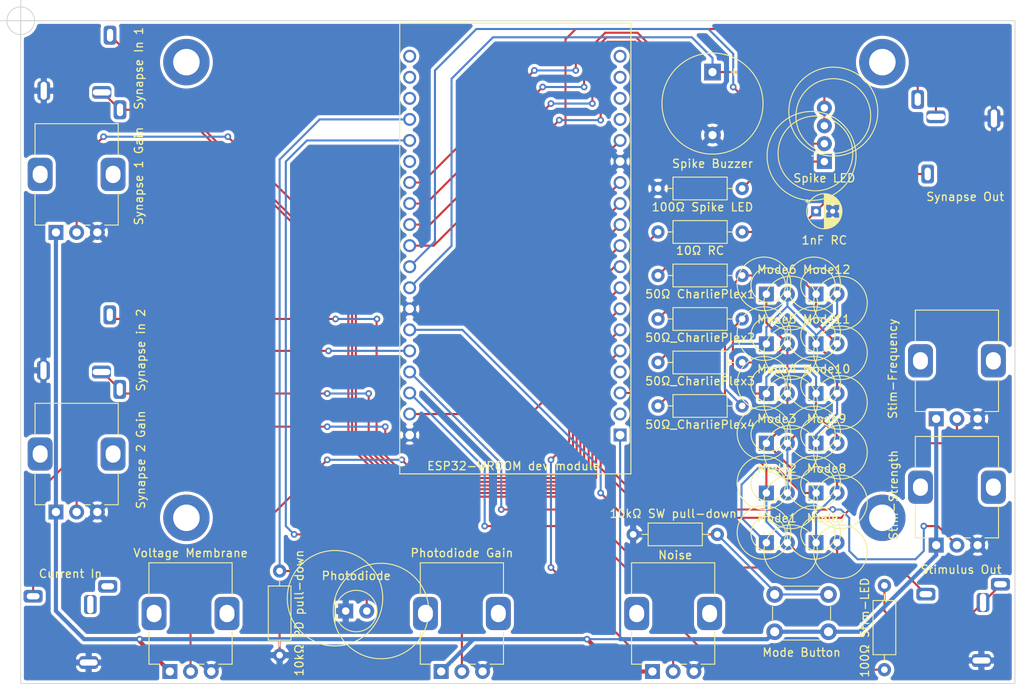
<source format=kicad_pcb>
(kicad_pcb (version 20171130) (host pcbnew "(5.1.4-0-10_14)")
  (layers (0 F.Cu signal) (31 B.Cu signal hide) (34 B.Paste user) (35 F.Paste user) (36 B.SilkS user) (37 F.SilkS user) (38 B.Mask user) (39 F.Mask user) (44 Edge.Cuts user))
  (net 0 "")
  (net 11 "GNDREF")
  (net 12 "/23")
  (net 13 "/33")
  (net 14 "/32")
  (net 15 "/27")
  (net 16 "/26")
  (net 17 "/03")
  (net 18 "/01")
  (net 19 "+3V3")
  (net 20 "/36")
  (net 21 "/34")
  (net 22 "/35")
  (net 23 "/25")
  (net 24 "/14")
  (net 25 "/12")
  (net 26 "/13")
  (net 27 "/22")
  (net 28 "/21")
  (net 29 "/19")
  (net 30 "/18")
  (net 31 "/05")
  (net 32 "/17")
  (net 33 "/16")
  (net 34 "/04")
  (net 35 "/02")
  (net 36 "/15")
  (net 37 "Net-(10Ω_RC1-Pad2)")
  (net 38 "Net-(100Ω_CharliePlex1-Pad2)")
  (net 39 "Net-(100Ω_CharliePlex2-Pad2)")
  (net 41 "Net-(100Ω_CharliePlex3-Pad2)")
  (net 42 "Net-(100Ω_CharliePlex4-Pad2)")
  (net 43 "Net-(100Ω_Spike-LED1-Pad2)")
  (net 44 "Net-(100Ω_Stim-LED1-Pad2)")
  (module "LED_THT:LED_D5.0mm-4_RGB_Wide_Pins" (layer "F.Cu") (at 197 67 90)
    (fp_text reference "Spike LED" (at -2.01 0 180) (layer "F.SilkS"))
    (fp_text value "RGB")
    (pad "1" thru_hole rect (at 0 0 90) (size 1.8 1.8) (drill 0.9) (layers *.Cu *.Mask) (net 43 "Net-(100Ω_Spike-LED1-Pad2)"))
    (pad "2" thru_hole circle (at 2.159 0 90) (size 1.8 1.8) (drill 0.9) (layers *.Cu *.Mask) (net 30 "/18"))
    (pad "3" thru_hole circle (at 4.318 0 90) (size 1.8 1.8) (drill 0.9) (layers *.Cu *.Mask) (net 29 "/19"))
    (pad "4" thru_hole circle (at 6.477 0 90) (size 1.8 1.8) (drill 0.9) (layers *.Cu *.Mask) (net 29 "/19"))
  )
  (module "MountingHole:MountingHole_3.2mm_M3_DIN965_Pad" (layer "F.Cu") (at 120 55)
    (fp_text reference " " (at 0 -3.8) (layer "F.SilkS"))
    (fp_text value "MountingHole_3.2mm_M3_DIN965_Pad")
    (pad "1" thru_hole circle (at 0 0) (size 5.6 5.6) (drill 3.2) (layers *.Cu *.Mask))
  )
  (module "LED_THT:LED_D3.0mm" (layer "F.Cu") (at 190 83)
    (fp_text reference "Mode6" (at 1.27 -2.96) (layer "F.SilkS"))
    (fp_text value "D7")
    (pad "1" thru_hole rect (at 0 0) (size 1.8 1.8) (drill 0.9) (layers *.Cu *.Mask) (net 41 "Net-(100Ω_CharliePlex3-Pad2)"))
    (pad "2" thru_hole circle (at 2.54 0) (size 1.8 1.8) (drill 0.9) (layers *.Cu *.Mask) (net 42 "Net-(100Ω_CharliePlex4-Pad2)"))
  )
  (module "LED_THT:LED_D3.0mm" (layer "F.Cu") (at 190 113)
    (fp_text reference "Mode1" (at 1.27 -2.96) (layer "F.SilkS"))
    (fp_text value "D2")
    (pad "1" thru_hole rect (at 0 0) (size 1.8 1.8) (drill 0.9) (layers *.Cu *.Mask) (net 39 "Net-(100Ω_CharliePlex2-Pad2)"))
    (pad "2" thru_hole circle (at 2.54 0) (size 1.8 1.8) (drill 0.9) (layers *.Cu *.Mask) (net 38 "Net-(100Ω_CharliePlex1-Pad2)"))
  )
  (module "Resistor_THT:R_Axial_DIN0207_L6.3mm_D2.5mm_P10.16mm_Horizontal" (layer "F.Cu") (at 184.08 112 180)
    (fp_text reference "10kΩ SW pull-down" (at 5.33 2.5) (layer "F.SilkS"))
    (fp_text value "R5")
    (pad "1" thru_hole circle (at 0 0 180) (size 1.6 1.6) (drill 0.8) (layers *.Cu *.Mask) (net 28 "/21"))
    (pad "2" thru_hole oval (at 10.16 0 180) (size 1.6 1.6) (drill 0.8) (layers *.Cu *.Mask) (net 11 "GNDREF"))
  )
  (module "Potentiometer_THT:Potentiometer_Alps_RK09K_Single_Vertical" (layer "F.Cu") (at 210.5 113.3 90)
    (fp_text reference "Stim-Strength" (at 6.05 -5.15 90) (layer "F.SilkS"))
    (fp_text value "RV6")
    (pad "1" thru_hole rect (at 0 0 90) (size 1.8 1.8) (drill 1) (layers *.Cu *.Mask) (net 19 "+3V3"))
    (pad "2" thru_hole circle (at 0 2.5 90) (size 1.8 1.8) (drill 1) (layers *.Cu *.Mask) (net 21 "/34"))
    (pad "3" thru_hole circle (at 0 5 90) (size 1.8 1.8) (drill 1) (layers *.Cu *.Mask) (net 11 "GNDREF"))
    (pad "MP" thru_hole roundrect (at 7 6.9 90) (size 4 3) (drill oval 2.1 1.8) (layers *.Cu *.Mask))
    (pad "MP" thru_hole roundrect (at 7 -1.9 90) (size 4 3) (drill oval 2.1 1.8) (layers *.Cu *.Mask))
  )
  (module "Potentiometer_THT:Potentiometer_Alps_RK09K_Single_Vertical" (layer "F.Cu") (at 176.25 128.55 90)
    (fp_text reference "Noise" (at 14.05 2.75 180) (layer "F.SilkS"))
    (fp_text value "RV4")
    (pad "1" thru_hole rect (at 0 0 90) (size 1.8 1.8) (drill 1) (layers *.Cu *.Mask) (net 19 "+3V3"))
    (pad "2" thru_hole circle (at 0 2.5 90) (size 1.8 1.8) (drill 1) (layers *.Cu *.Mask) (net 26 "/13"))
    (pad "3" thru_hole circle (at 0 5 90) (size 1.8 1.8) (drill 1) (layers *.Cu *.Mask) (net 11 "GNDREF"))
    (pad "MP" thru_hole roundrect (at 7 6.9 90) (size 4 3) (drill oval 2.1 1.8) (layers *.Cu *.Mask))
    (pad "MP" thru_hole roundrect (at 7 -1.9 90) (size 4 3) (drill oval 2.1 1.8) (layers *.Cu *.Mask))
  )
  (module "Connector_Audio:Audio Jack 3.5mm" (layer "F.Cu") (at 100.2815 56.25 90)
    (fp_text reference "Synapse In 1" (at 0.5 13.9685 90) (layer "F.SilkS"))
    (fp_text value "J2")
    (pad "R" thru_hole roundrect (at 4.5 10.5 90) (size 2.286 1.524) (drill oval 1.55 0.75) (layers *.Cu *.Mask) (net 13 "/33"))
    (pad "S" thru_hole roundrect (at -2.2 2.5 270) (size 2.286 1.524) (drill oval 2.15 0.75) (layers *.Cu *.Mask) (net 11 "GNDREF"))
    (pad "T" thru_hole roundrect (at -2.4 9.5 180) (size 2.286 1.524) (drill oval 2.15 0.75) (layers *.Cu *.Mask) (net 14 "/32"))
    (pad "T" thru_hole roundrect (at -4.5 11.7 90) (size 2.286 1.524) (drill oval 1.55 0.75) (layers *.Cu *.Mask) (net 14 "/32"))
  )
  (module "Connector_Audio:Audio Jack 3.5mm" (layer "F.Cu") (at 219.9685 64 -90)
    (fp_text reference "Synapse Out" (at 7.25 5.9685 -180) (layer "F.SilkS"))
    (fp_text value "J1")
    (pad "R" thru_hole roundrect (at 4.5 10.5 270) (size 2.286 1.524) (drill oval 1.55 0.75) (layers *.Cu *.Mask) (net 37 "Net-(10Ω_RC1-Pad2)"))
    (pad "S" thru_hole roundrect (at -2.2 2.5 90) (size 2.286 1.524) (drill oval 2.15 0.75) (layers *.Cu *.Mask) (net 11 "GNDREF"))
    (pad "T" thru_hole roundrect (at -4.5 11.7 270) (size 2.286 1.524) (drill oval 1.55 0.75) (layers *.Cu *.Mask) (net 12 "/23"))
    (pad "T" thru_hole roundrect (at -2.4 9.5) (size 2.286 1.524) (drill oval 2.15 0.75) (layers *.Cu *.Mask) (net 12 "/23"))
  )
  (module "Potentiometer_THT:Potentiometer_Alps_RK09K_Single_Vertical" (layer "F.Cu") (at 104.25 75.55 90)
    (fp_text reference "Synapse 1 Gain" (at 6.8 10 90) (layer "F.SilkS"))
    (fp_text value "RV1")
    (pad "1" thru_hole rect (at 0 0 90) (size 1.8 1.8) (drill 1) (layers *.Cu *.Mask) (net 19 "+3V3"))
    (pad "2" thru_hole circle (at 0 2.5 90) (size 1.8 1.8) (drill 1) (layers *.Cu *.Mask) (net 23 "/25"))
    (pad "3" thru_hole circle (at 0 5 90) (size 1.8 1.8) (drill 1) (layers *.Cu *.Mask) (net 11 "GNDREF"))
    (pad "MP" thru_hole roundrect (at 7 -1.9 90) (size 4 3) (drill oval 2.1 1.8) (layers *.Cu *.Mask))
    (pad "MP" thru_hole roundrect (at 7 6.9 90) (size 4 3) (drill oval 2.1 1.8) (layers *.Cu *.Mask))
  )
  (module "LED_THT:LED_D3.0mm" (layer "F.Cu") (at 190 101)
    (fp_text reference "Mode3" (at 1.27 -2.96) (layer "F.SilkS"))
    (fp_text value "D4")
    (pad "1" thru_hole rect (at 0 0) (size 1.8 1.8) (drill 0.9) (layers *.Cu *.Mask) (net 41 "Net-(100Ω_CharliePlex3-Pad2)"))
    (pad "2" thru_hole circle (at 2.54 0) (size 1.8 1.8) (drill 0.9) (layers *.Cu *.Mask) (net 39 "Net-(100Ω_CharliePlex2-Pad2)"))
  )
  (module "Potentiometer_THT:Potentiometer_Alps_RK09K_Single_Vertical" (layer "F.Cu") (at 118 128.55 90)
    (fp_text reference "Voltage Membrane" (at 14.3 2.5 180) (layer "F.SilkS"))
    (fp_text value "RV3")
    (pad "1" thru_hole rect (at 0 0 90) (size 1.8 1.8) (drill 1) (layers *.Cu *.Mask) (net 19 "+3V3"))
    (pad "2" thru_hole circle (at 0 2.5 90) (size 1.8 1.8) (drill 1) (layers *.Cu *.Mask) (net 25 "/12"))
    (pad "3" thru_hole circle (at 0 5 90) (size 1.8 1.8) (drill 1) (layers *.Cu *.Mask) (net 11 "GNDREF"))
    (pad "MP" thru_hole roundrect (at 7 6.9 90) (size 4 3) (drill oval 2.1 1.8) (layers *.Cu *.Mask))
    (pad "MP" thru_hole roundrect (at 7 -1.9 90) (size 4 3) (drill oval 2.1 1.8) (layers *.Cu *.Mask))
  )
  (module "Resistor_THT:R_Axial_DIN0207_L6.3mm_D2.5mm_P10.16mm_Horizontal" (layer "F.Cu") (at 204.25 128.33 90)
    (fp_text reference "100Ω Stim-LED" (at 5.08 -2.37 90) (layer "F.SilkS"))
    (fp_text value "R3")
    (pad "1" thru_hole circle (at 0 0 90) (size 1.6 1.6) (drill 0.8) (layers *.Cu *.Mask) (net 27 "/22"))
    (pad "2" thru_hole oval (at 10.16 0 90) (size 1.6 1.6) (drill 0.8) (layers *.Cu *.Mask) (net 44 "Net-(100Ω_Stim-LED1-Pad2)"))
  )
  (module "MountingHole:MountingHole_3.2mm_M3_DIN965_Pad" (layer "F.Cu") (at 204 55)
    (fp_text reference " " (at 0 -3.8) (layer "F.SilkS"))
    (fp_text value "MountingHole_3.2mm_M3_DIN965_Pad")
    (pad "1" thru_hole circle (at 0 0) (size 5.6 5.6) (drill 3.2) (layers *.Cu *.Mask))
  )
  (module "Connector_Audio:Audio Jack 3.5mm" (layer "F.Cu") (at 213.75 129.7185 180)
    (fp_text reference "Stimulus Out" (at 0.25 13.4685) (layer "F.SilkS"))
    (fp_text value "J5")
    (pad "R" thru_hole roundrect (at 4.5 10.5 180) (size 2.286 1.524) (drill oval 1.55 0.75) (layers *.Cu *.Mask) (net 18 "/01"))
    (pad "S" thru_hole roundrect (at -2.2 2.5) (size 2.286 1.524) (drill oval 2.15 0.75) (layers *.Cu *.Mask) (net 11 "GNDREF"))
    (pad "T" thru_hole roundrect (at -4.5 11.7 180) (size 2.286 1.524) (drill oval 1.55 0.75) (layers *.Cu *.Mask) (net 44 "Net-(100Ω_Stim-LED1-Pad2)"))
    (pad "T" thru_hole roundrect (at -2.4 9.5 270) (size 2.286 1.524) (drill oval 2.15 0.75) (layers *.Cu *.Mask) (net 44 "Net-(100Ω_Stim-LED1-Pad2)"))
  )
  (module "LED_THT:LED_D3.0mm" (layer "F.Cu") (at 196 95)
    (fp_text reference "Mode10" (at 1.27 -2.96) (layer "F.SilkS"))
    (fp_text value "D11")
    (pad "1" thru_hole rect (at 0 0) (size 1.8 1.8) (drill 0.9) (layers *.Cu *.Mask) (net 39 "Net-(100Ω_CharliePlex2-Pad2)"))
    (pad "2" thru_hole circle (at 2.54 0) (size 1.8 1.8) (drill 0.9) (layers *.Cu *.Mask) (net 42 "Net-(100Ω_CharliePlex4-Pad2)"))
  )
  (module "LED_THT:LED_D3.0mm" (layer "F.Cu") (at 196 107)
    (fp_text reference "Mode8" (at 1.27 -2.96) (layer "F.SilkS"))
    (fp_text value "LED")
    (pad "1" thru_hole rect (at 0 0) (size 1.8 1.8) (drill 0.9) (layers *.Cu *.Mask) (net 38 "Net-(100Ω_CharliePlex1-Pad2)"))
    (pad "2" thru_hole circle (at 2.54 0) (size 1.8 1.8) (drill 0.9) (layers *.Cu *.Mask) (net 41 "Net-(100Ω_CharliePlex3-Pad2)"))
  )
  (module "Resistor_THT:R_Axial_DIN0207_L6.3mm_D2.5mm_P10.16mm_Horizontal" (layer "F.Cu") (at 176.92 96.5)
    (fp_text reference "50Ω_CharliePlex4" (at 5.08 2.25) (layer "F.SilkS"))
    (fp_text value "R9")
    (pad "1" thru_hole circle (at 0 0) (size 1.6 1.6) (drill 0.8) (layers *.Cu *.Mask) (net 34 "/04"))
    (pad "2" thru_hole oval (at 10.16 0) (size 1.6 1.6) (drill 0.8) (layers *.Cu *.Mask) (net 42 "Net-(100Ω_CharliePlex4-Pad2)"))
  )
  (module "LED_THT:LED_D3.0mm" (layer "F.Cu") (at 196 83)
    (fp_text reference "Mode12" (at 1.27 -2.96) (layer "F.SilkS"))
    (fp_text value "D13")
    (pad "1" thru_hole rect (at 0 0) (size 1.8 1.8) (drill 0.9) (layers *.Cu *.Mask) (net 38 "Net-(100Ω_CharliePlex1-Pad2)"))
    (pad "2" thru_hole circle (at 2.54 0) (size 1.8 1.8) (drill 0.9) (layers *.Cu *.Mask) (net 42 "Net-(100Ω_CharliePlex4-Pad2)"))
  )
  (module "LED_THT:LED_D3.0mm" (layer "F.Cu") (at 196 89)
    (fp_text reference "Mode11" (at 1.27 -2.96) (layer "F.SilkS"))
    (fp_text value "D12")
    (pad "1" thru_hole rect (at 0 0) (size 1.8 1.8) (drill 0.9) (layers *.Cu *.Mask) (net 42 "Net-(100Ω_CharliePlex4-Pad2)"))
    (pad "2" thru_hole circle (at 2.54 0) (size 1.8 1.8) (drill 0.9) (layers *.Cu *.Mask) (net 38 "Net-(100Ω_CharliePlex1-Pad2)"))
  )
  (module "LED_THT:LED_D3.0mm" (layer "F.Cu") (at 196 101)
    (fp_text reference "Mode9" (at 1.27 -2.96) (layer "F.SilkS"))
    (fp_text value "D10")
    (pad "1" thru_hole rect (at 0 0) (size 1.8 1.8) (drill 0.9) (layers *.Cu *.Mask) (net 42 "Net-(100Ω_CharliePlex4-Pad2)"))
    (pad "2" thru_hole circle (at 2.54 0) (size 1.8 1.8) (drill 0.9) (layers *.Cu *.Mask) (net 39 "Net-(100Ω_CharliePlex2-Pad2)"))
  )
  (module "Resistor_THT:R_Axial_DIN0207_L6.3mm_D2.5mm_P10.16mm_Horizontal" (layer "F.Cu") (at 176.92 75.5)
    (fp_text reference "10Ω RC" (at 5.08 2.25) (layer "F.SilkS"))
    (fp_text value "R1")
    (pad "1" thru_hole circle (at 0 0) (size 1.6 1.6) (drill 0.8) (layers *.Cu *.Mask) (net 20 "/36"))
    (pad "2" thru_hole oval (at 10.16 0) (size 1.6 1.6) (drill 0.8) (layers *.Cu *.Mask) (net 37 "Net-(10Ω_RC1-Pad2)"))
  )
  (module "LED_THT:LED_D5.0mm" (layer "F.Cu") (at 139.225 121.25)
    (fp_text reference "Photodiode" (at 1.27 -4.25) (layer "F.SilkS"))
    (fp_text value "D1")
    (pad "1" thru_hole rect (at 0 0) (size 1.8 1.8) (drill 0.9) (layers *.Cu *.Mask) (net 11 "GNDREF"))
    (pad "2" thru_hole circle (at 2.54 0) (size 1.8 1.8) (drill 0.9) (layers *.Cu *.Mask) (net 36 "/15"))
  )
  (module "Potentiometer_THT:Potentiometer_Alps_RK09K_Single_Vertical" (layer "F.Cu") (at 210.5 98.05 90)
    (fp_text reference "Stim-Frequency" (at 6.05 -5.25 90) (layer "F.SilkS"))
    (fp_text value "RV7")
    (pad "1" thru_hole rect (at 0 0 90) (size 1.8 1.8) (drill 1) (layers *.Cu *.Mask) (net 19 "+3V3"))
    (pad "2" thru_hole circle (at 0 2.5 90) (size 1.8 1.8) (drill 1) (layers *.Cu *.Mask) (net 22 "/35"))
    (pad "3" thru_hole circle (at 0 5 90) (size 1.8 1.8) (drill 1) (layers *.Cu *.Mask) (net 11 "GNDREF"))
    (pad "MP" thru_hole roundrect (at 7 6.9 90) (size 4 3) (drill oval 2.1 1.8) (layers *.Cu *.Mask))
    (pad "MP" thru_hole roundrect (at 7 -1.9 90) (size 4 3) (drill oval 2.1 1.8) (layers *.Cu *.Mask))
  )
  (module "Potentiometer_THT:Potentiometer_Alps_RK09K_Single_Vertical" (layer "F.Cu") (at 104.25 109.3 90)
    (fp_text reference "Synapse 2 Gain" (at 6.3 10.25 270) (layer "F.SilkS"))
    (fp_text value "RV2")
    (pad "1" thru_hole rect (at 0 0 90) (size 1.8 1.8) (drill 1) (layers *.Cu *.Mask) (net 19 "+3V3"))
    (pad "2" thru_hole circle (at 0 2.5 90) (size 1.8 1.8) (drill 1) (layers *.Cu *.Mask) (net 24 "/14"))
    (pad "3" thru_hole circle (at 0 5 90) (size 1.8 1.8) (drill 1) (layers *.Cu *.Mask) (net 11 "GNDREF"))
    (pad "MP" thru_hole roundrect (at 7 -1.9 90) (size 4 3) (drill oval 2.1 1.8) (layers *.Cu *.Mask))
    (pad "MP" thru_hole roundrect (at 7 6.9 90) (size 4 3) (drill oval 2.1 1.8) (layers *.Cu *.Mask))
  )
  (module "Connector_Audio:Audio Jack 3.5mm" (layer "F.Cu") (at 100.25 90 90)
    (fp_text reference "Synapse in 2" (at 0.25 14.25 90) (layer "F.SilkS"))
    (fp_text value "J3")
    (pad "R" thru_hole roundrect (at 4.5 10.5 90) (size 2.286 1.524) (drill oval 1.55 0.75) (layers *.Cu *.Mask) (net 15 "/27"))
    (pad "S" thru_hole roundrect (at -2.2 2.5 270) (size 2.286 1.524) (drill oval 2.15 0.75) (layers *.Cu *.Mask) (net 11 "GNDREF"))
    (pad "T" thru_hole roundrect (at -2.4 9.5 180) (size 2.286 1.524) (drill oval 2.15 0.75) (layers *.Cu *.Mask) (net 16 "/26"))
    (pad "T" thru_hole roundrect (at -4.5 11.7 90) (size 2.286 1.524) (drill oval 1.55 0.75) (layers *.Cu *.Mask) (net 16 "/26"))
  )
  (module "LED_THT:LED_D3.0mm" (layer "F.Cu") (at 190 107)
    (fp_text reference "Mode2" (at 1.27 -2.96) (layer "F.SilkS"))
    (fp_text value "D3")
    (pad "1" thru_hole rect (at 0 0) (size 1.8 1.8) (drill 0.9) (layers *.Cu *.Mask) (net 38 "Net-(100Ω_CharliePlex1-Pad2)"))
    (pad "2" thru_hole circle (at 2.54 0) (size 1.8 1.8) (drill 0.9) (layers *.Cu *.Mask) (net 39 "Net-(100Ω_CharliePlex2-Pad2)"))
  )
  (module "MountingHole:MountingHole_3.2mm_M3_DIN965_Pad" (layer "F.Cu") (at 204 110)
    (fp_text reference " " (at 0 -3.8) (layer "F.SilkS"))
    (fp_text value "MountingHole_3.2mm_M3_DIN965_Pad")
    (pad "1" thru_hole circle (at 0 0) (size 5.6 5.6) (drill 3.2) (layers *.Cu *.Mask))
  )
  (module "LED_THT:LED_D3.0mm" (layer "F.Cu") (at 190 95)
    (fp_text reference "Mode4" (at 1.27 -2.96) (layer "F.SilkS"))
    (fp_text value "D5")
    (pad "1" thru_hole rect (at 0 0) (size 1.8 1.8) (drill 0.9) (layers *.Cu *.Mask) (net 39 "Net-(100Ω_CharliePlex2-Pad2)"))
    (pad "2" thru_hole circle (at 2.54 0) (size 1.8 1.8) (drill 0.9) (layers *.Cu *.Mask) (net 41 "Net-(100Ω_CharliePlex3-Pad2)"))
  )
  (module "Connector_Audio:Audio Jack 3.5mm" (layer "F.Cu") (at 106 129.9685 180)
    (fp_text reference "Current In" (at 0 13.2185) (layer "F.SilkS"))
    (fp_text value "J4")
    (pad "R" thru_hole roundrect (at 4.5 10.5 180) (size 2.286 1.524) (drill oval 1.55 0.75) (layers *.Cu *.Mask) (net 17 "/03"))
    (pad "S" thru_hole roundrect (at -2.2 2.5) (size 2.286 1.524) (drill oval 2.15 0.75) (layers *.Cu *.Mask) (net 11 "GNDREF"))
    (pad "T" thru_hole roundrect (at -4.5 11.7 180) (size 2.286 1.524) (drill oval 1.55 0.75) (layers *.Cu *.Mask))
    (pad "T" thru_hole roundrect (at -2.4 9.5 270) (size 2.286 1.524) (drill oval 2.15 0.75) (layers *.Cu *.Mask))
  )
  (module "Resistor_THT:R_Axial_DIN0207_L6.3mm_D2.5mm_P10.16mm_Horizontal" (layer "F.Cu") (at 176.92 91.25)
    (fp_text reference "50Ω_CharliePlex3" (at 5.08 2.25) (layer "F.SilkS"))
    (fp_text value "R8")
    (pad "1" thru_hole circle (at 0 0) (size 1.6 1.6) (drill 0.8) (layers *.Cu *.Mask) (net 33 "/16"))
    (pad "2" thru_hole oval (at 10.16 0) (size 1.6 1.6) (drill 0.8) (layers *.Cu *.Mask) (net 41 "Net-(100Ω_CharliePlex3-Pad2)"))
  )
  (module "Resistor_THT:R_Axial_DIN0207_L6.3mm_D2.5mm_P10.16mm_Horizontal" (layer "F.Cu") (at 131.25 116.42 -90)
    (fp_text reference "10kΩ PD pull-down" (at 5.08 -2.37 90) (layer "F.SilkS"))
    (fp_text value "R2")
    (pad "1" thru_hole circle (at 0 0 270) (size 1.6 1.6) (drill 0.8) (layers *.Cu *.Mask) (net 36 "/15"))
    (pad "2" thru_hole oval (at 10.16 0 270) (size 1.6 1.6) (drill 0.8) (layers *.Cu *.Mask) (net 11 "GNDREF"))
  )
  (module "Potentiometer_THT:Potentiometer_Alps_RK09K_Single_Vertical" (layer "F.Cu") (at 150.75 128.55 90)
    (fp_text reference "Photodiode Gain" (at 14.3 2.5 180) (layer "F.SilkS"))
    (fp_text value "RV5")
    (pad "1" thru_hole rect (at 0 0 90) (size 1.8 1.8) (drill 1) (layers *.Cu *.Mask) (net 19 "+3V3"))
    (pad "2" thru_hole circle (at 0 2.5 90) (size 1.8 1.8) (drill 1) (layers *.Cu *.Mask) (net 35 "/02"))
    (pad "3" thru_hole circle (at 0 5 90) (size 1.8 1.8) (drill 1) (layers *.Cu *.Mask) (net 11 "GNDREF"))
    (pad "MP" thru_hole roundrect (at 7 -1.9 90) (size 4 3) (drill oval 2.1 1.8) (layers *.Cu *.Mask))
    (pad "MP" thru_hole roundrect (at 7 6.9 90) (size 4 3) (drill oval 2.1 1.8) (layers *.Cu *.Mask))
  )
  (module "Capacitor_THT:CP_Radial_D4.0mm_P2.00mm" (layer "F.Cu") (at 196 73)
    (fp_text reference "1nF RC" (at 1 3.5) (layer "F.SilkS"))
    (fp_text value "C1")
    (pad "1" thru_hole rect (at 0 0) (size 1.2 1.2) (drill 0.6) (layers *.Cu *.Mask) (net 37 "Net-(10Ω_RC1-Pad2)"))
    (pad "2" thru_hole circle (at 2 0) (size 1.2 1.2) (drill 0.6) (layers *.Cu *.Mask) (net 11 "GNDREF"))
  )
  (module "Resistor_THT:R_Axial_DIN0207_L6.3mm_D2.5mm_P10.16mm_Horizontal" (layer "F.Cu") (at 176.92 86)
    (fp_text reference "50Ω_CharliePlex2" (at 5.08 2.25) (layer "F.SilkS"))
    (fp_text value "R7")
    (pad "1" thru_hole circle (at 0 0) (size 1.6 1.6) (drill 0.8) (layers *.Cu *.Mask) (net 32 "/17"))
    (pad "2" thru_hole oval (at 10.16 0) (size 1.6 1.6) (drill 0.8) (layers *.Cu *.Mask) (net 39 "Net-(100Ω_CharliePlex2-Pad2)"))
  )
  (module "Resistor_THT:R_Axial_DIN0207_L6.3mm_D2.5mm_P10.16mm_Horizontal" (layer "F.Cu") (at 176.92 70.25)
    (fp_text reference "100Ω Spike LED" (at 5.37 2.25) (layer "F.SilkS"))
    (fp_text value "R4")
    (pad "1" thru_hole circle (at 0 0) (size 1.6 1.6) (drill 0.8) (layers *.Cu *.Mask) (net 11 "GNDREF"))
    (pad "2" thru_hole oval (at 10.16 0) (size 1.6 1.6) (drill 0.8) (layers *.Cu *.Mask) (net 43 "Net-(100Ω_Spike-LED1-Pad2)"))
  )
  (module "Buzzer_Beeper:Buzzer_12x9.5RM7.6" (layer "F.Cu") (at 183.5 56.2 -90)
    (fp_text reference "Spike Buzzer" (at 11.05 0 180) (layer "F.SilkS"))
    (fp_text value "BZ1")
    (fp_text user "+" (at -0.01 -2.54 90) (layer "F.SilkS"))
    (pad "1" thru_hole rect (at 0 0 270) (size 2 2) (drill 1) (layers *.Cu *.Mask) (net 29 "/19"))
    (pad "2" thru_hole circle (at 7.6 0 270) (size 2 2) (drill 1) (layers *.Cu *.Mask) (net 11 "GNDREF"))
  )
  (module "MountingHole:MountingHole_3.2mm_M3_DIN965_Pad" (layer "F.Cu") (at 120 110)
    (fp_text reference " " (at 0 -3.8) (layer "F.SilkS"))
    (fp_text value "MountingHole_3.2mm_M3_DIN965_Pad")
    (pad "1" thru_hole circle (at 0 0) (size 5.6 5.6) (drill 3.2) (layers *.Cu *.Mask))
  )
  (module "Resistor_THT:R_Axial_DIN0207_L6.3mm_D2.5mm_P10.16mm_Horizontal" (layer "F.Cu") (at 176.92 80.75)
    (fp_text reference "50Ω CharliePlex1" (at 5.08 2.25) (layer "F.SilkS"))
    (fp_text value "R6")
    (pad "1" thru_hole circle (at 0 0) (size 1.6 1.6) (drill 0.8) (layers *.Cu *.Mask) (net 31 "/05"))
    (pad "2" thru_hole oval (at 10.16 0) (size 1.6 1.6) (drill 0.8) (layers *.Cu *.Mask) (net 38 "Net-(100Ω_CharliePlex1-Pad2)"))
  )
  (module "Button_Switch_THT:SW_PUSH_6mm_H13mm" (layer "F.Cu") (at 191 119.25)
    (fp_text reference "Mode Button" (at 3.25 7) (layer "F.SilkS"))
    (fp_text value "SW1")
    (pad "1" thru_hole circle (at 0 0 90) (size 2 2) (drill 1.1) (layers *.Cu *.Mask) (net 28 "/21"))
    (pad "1" thru_hole circle (at 6.5 0 90) (size 2 2) (drill 1.1) (layers *.Cu *.Mask) (net 28 "/21"))
    (pad "2" thru_hole circle (at 6.5 4.5 90) (size 2 2) (drill 1.1) (layers *.Cu *.Mask) (net 19 "+3V3"))
    (pad "2" thru_hole circle (at 0 4.5 90) (size 2 2) (drill 1.1) (layers *.Cu *.Mask) (net 19 "+3V3"))
  )
  (module "Module:MODULE_ESP32-DEVKITC-32D" (layer "F.Cu") (at 159.5475 50 180)
    (fp_text reference "ESP32-WROOM dev module" (at 0.0475 -53.75) (layer "F.SilkS") (effects (font (size 1.000386 1.000386))))
    (fp_text value "ESP32-DEVKITC-32D")
    (pad "1" thru_hole rect (at -12.8 -50.01 180) (size 1.56 1.56) (drill 1.04) (layers *.Cu *.Mask) (net 19 "+3V3"))
    (pad "2" thru_hole circle (at -12.8 -47.47 180) (size 1.56 1.56) (drill 1.04) (layers *.Cu *.Mask))
    (pad "3" thru_hole circle (at -12.8 -44.93 180) (size 1.56 1.56) (drill 1.04) (layers *.Cu *.Mask) (net 20 "/36"))
    (pad "4" thru_hole circle (at -12.8 -42.39 180) (size 1.56 1.56) (drill 1.04) (layers *.Cu *.Mask))
    (pad "5" thru_hole circle (at -12.8 -39.85 180) (size 1.56 1.56) (drill 1.04) (layers *.Cu *.Mask) (net 21 "/34"))
    (pad "6" thru_hole circle (at -12.8 -37.31 180) (size 1.56 1.56) (drill 1.04) (layers *.Cu *.Mask) (net 22 "/35"))
    (pad "7" thru_hole circle (at -12.8 -34.77 180) (size 1.56 1.56) (drill 1.04) (layers *.Cu *.Mask) (net 14 "/32"))
    (pad "8" thru_hole circle (at -12.8 -32.23 180) (size 1.56 1.56) (drill 1.04) (layers *.Cu *.Mask) (net 13 "/33"))
    (pad "9" thru_hole circle (at -12.8 -29.69 180) (size 1.56 1.56) (drill 1.04) (layers *.Cu *.Mask) (net 23 "/25"))
    (pad "10" thru_hole circle (at -12.8 -27.15 180) (size 1.56 1.56) (drill 1.04) (layers *.Cu *.Mask) (net 16 "/26"))
    (pad "11" thru_hole circle (at -12.8 -24.61 180) (size 1.56 1.56) (drill 1.04) (layers *.Cu *.Mask) (net 15 "/27"))
    (pad "12" thru_hole circle (at -12.8 -22.07 180) (size 1.56 1.56) (drill 1.04) (layers *.Cu *.Mask) (net 24 "/14"))
    (pad "13" thru_hole circle (at -12.8 -19.53 180) (size 1.56 1.56) (drill 1.04) (layers *.Cu *.Mask) (net 25 "/12"))
    (pad "14" thru_hole circle (at -12.8 -16.99 180) (size 1.56 1.56) (drill 1.04) (layers *.Cu *.Mask) (net 11 "GNDREF"))
    (pad "15" thru_hole circle (at -12.8 -14.45 180) (size 1.56 1.56) (drill 1.04) (layers *.Cu *.Mask) (net 26 "/13"))
    (pad "16" thru_hole circle (at -12.8 -11.91 180) (size 1.56 1.56) (drill 1.04) (layers *.Cu *.Mask))
    (pad "17" thru_hole circle (at -12.8 -9.37 180) (size 1.56 1.56) (drill 1.04) (layers *.Cu *.Mask))
    (pad "18" thru_hole circle (at -12.8 -6.83 180) (size 1.56 1.56) (drill 1.04) (layers *.Cu *.Mask))
    (pad "19" thru_hole circle (at -12.8 -4.29 180) (size 1.56 1.56) (drill 1.04) (layers *.Cu *.Mask))
    (pad "20" thru_hole circle (at 12.6 -50.01 180) (size 1.56 1.56) (drill 1.04) (layers *.Cu *.Mask) (net 11 "GNDREF"))
    (pad "21" thru_hole circle (at 12.6 -47.47 180) (size 1.56 1.56) (drill 1.04) (layers *.Cu *.Mask) (net 12 "/23"))
    (pad "22" thru_hole circle (at 12.6 -44.93 180) (size 1.56 1.56) (drill 1.04) (layers *.Cu *.Mask) (net 27 "/22"))
    (pad "23" thru_hole circle (at 12.6 -42.39 180) (size 1.56 1.56) (drill 1.04) (layers *.Cu *.Mask) (net 18 "/01"))
    (pad "24" thru_hole circle (at 12.6 -39.85 180) (size 1.56 1.56) (drill 1.04) (layers *.Cu *.Mask) (net 17 "/03"))
    (pad "25" thru_hole circle (at 12.6 -37.31 180) (size 1.56 1.56) (drill 1.04) (layers *.Cu *.Mask) (net 28 "/21"))
    (pad "26" thru_hole circle (at 12.6 -34.77 180) (size 1.56 1.56) (drill 1.04) (layers *.Cu *.Mask) (net 11 "GNDREF"))
    (pad "27" thru_hole circle (at 12.6 -32.23 180) (size 1.56 1.56) (drill 1.04) (layers *.Cu *.Mask) (net 29 "/19"))
    (pad "28" thru_hole circle (at 12.6 -29.69 180) (size 1.56 1.56) (drill 1.04) (layers *.Cu *.Mask) (net 30 "/18"))
    (pad "29" thru_hole circle (at 12.6 -27.15 180) (size 1.56 1.56) (drill 1.04) (layers *.Cu *.Mask) (net 31 "/05"))
    (pad "30" thru_hole circle (at 12.6 -24.61 180) (size 1.56 1.56) (drill 1.04) (layers *.Cu *.Mask) (net 32 "/17"))
    (pad "31" thru_hole circle (at 12.6 -22.07 180) (size 1.56 1.56) (drill 1.04) (layers *.Cu *.Mask) (net 33 "/16"))
    (pad "32" thru_hole circle (at 12.6 -19.53 180) (size 1.56 1.56) (drill 1.04) (layers *.Cu *.Mask) (net 34 "/04"))
    (pad "33" thru_hole circle (at 12.6 -16.99 180) (size 1.56 1.56) (drill 1.04) (layers *.Cu *.Mask))
    (pad "34" thru_hole circle (at 12.6 -14.45 180) (size 1.56 1.56) (drill 1.04) (layers *.Cu *.Mask) (net 35 "/02"))
    (pad "35" thru_hole circle (at 12.6 -11.91 180) (size 1.56 1.56) (drill 1.04) (layers *.Cu *.Mask) (net 36 "/15"))
    (pad "36" thru_hole circle (at 12.6 -9.37 180) (size 1.56 1.56) (drill 1.04) (layers *.Cu *.Mask))
    (pad "37" thru_hole circle (at 12.6 -6.83 180) (size 1.56 1.56) (drill 1.04) (layers *.Cu *.Mask))
    (pad "38" thru_hole circle (at 12.6 -4.29 180) (size 1.56 1.56) (drill 1.04) (layers *.Cu *.Mask))
  )
  (module "LED_THT:LED_D3.0mm" (layer "F.Cu") (at 196 113)
    (fp_text reference "Mode7" (at 1.27 -2.96) (layer "F.SilkS"))
    (fp_text value "D8")
    (pad "1" thru_hole rect (at 0 0) (size 1.8 1.8) (drill 0.9) (layers *.Cu *.Mask) (net 41 "Net-(100Ω_CharliePlex3-Pad2)"))
    (pad "2" thru_hole circle (at 2.54 0) (size 1.8 1.8) (drill 0.9) (layers *.Cu *.Mask) (net 38 "Net-(100Ω_CharliePlex1-Pad2)"))
  )
  (module "LED_THT:LED_D3.0mm" (layer "F.Cu") (at 190 89)
    (fp_text reference "Mode5" (at 1.27 -2.96) (layer "F.SilkS"))
    (fp_text value "D6")
    (pad "1" thru_hole rect (at 0 0) (size 1.8 1.8) (drill 0.9) (layers *.Cu *.Mask) (net 42 "Net-(100Ω_CharliePlex4-Pad2)"))
    (pad "2" thru_hole circle (at 2.54 0) (size 1.8 1.8) (drill 0.9) (layers *.Cu *.Mask) (net 41 "Net-(100Ω_CharliePlex3-Pad2)"))
  )
  (gr_line (start 220 130) (end 100 130) (layer "Edge.Cuts") (width 0.1))
  (gr_line (start 100 50) (end 220 50) (layer "Edge.Cuts") (width 0.1))
  (gr_line (start 220 50) (end 220 130) (layer "Edge.Cuts") (width 0.1))
  (gr_line (start 100 130) (end 100 50) (layer "Edge.Cuts") (width 0.1))
  (target plus (at 100 50) (size 5) (width 0.1) (layer "Edge.Cuts"))
  (segment (start 131.25 126.58) (end 131.25 123.75) (width 0.25) (layer "F.Cu") (net 11))
  (segment (start 131.25 123.75) (end 133.75 121.25) (width 0.25) (layer "F.Cu") (net 11))
  (segment (start 133.75 121.25) (end 139.225 121.25) (width 0.25) (layer "F.Cu") (net 11))
  (segment (start 208.2685 52.2685) (end 208.2685 59.5) (width 0.25) (layer "F.Cu") (net 12))
  (segment (start 161.53 97.47) (end 165.7524 93.2476) (width 0.25) (layer "F.Cu") (net 12))
  (segment (start 207 51) (end 208.2685 52.2685) (width 0.25) (layer "F.Cu") (net 12))
  (segment (start 210 51) (end 210.4685 51.4685) (width 0.25) (layer "F.Cu") (net 12))
  (segment (start 146.9475 97.47) (end 161.53 97.47) (width 0.25) (layer "F.Cu") (net 12))
  (segment (start 207 51) (end 210 51) (width 0.25) (layer "F.Cu") (net 12))
  (segment (start 210.4685 51.4685) (end 210.4685 61.6) (width 0.25) (layer "F.Cu") (net 12))
  (segment (start 165.7524 52.2476) (end 167 51) (width 0.25) (layer "F.Cu") (net 12))
  (segment (start 165.7524 93.2476) (end 165.7524 52.2476) (width 0.25) (layer "F.Cu") (net 12))
  (segment (start 167 51) (end 207 51) (width 0.25) (layer "F.Cu") (net 12))
  (segment (start 167 107) (end 146 107) (width 0.25) (layer "F.Cu") (net 13))
  (segment (start 140 101) (end 140 80.9685) (width 0.25) (layer "F.Cu") (net 13))
  (segment (start 140 80.9685) (end 110.7815 51.75) (width 0.25) (layer "F.Cu") (net 13))
  (segment (start 169 85.5775) (end 169 105) (width 0.25) (layer "F.Cu") (net 13))
  (segment (start 172.3475 82.23) (end 169 85.5775) (width 0.25) (layer "F.Cu") (net 13))
  (segment (start 169 105) (end 167 107) (width 0.25) (layer "F.Cu") (net 13))
  (segment (start 146 107) (end 140 101) (width 0.25) (layer "F.Cu") (net 13))
  (segment (start 139.55048 81.154698) (end 119.145782 60.75) (width 0.25) (layer "F.Cu") (net 14))
  (segment (start 167.186197 107.44952) (end 146.55048 107.44952) (width 0.25) (layer "F.Cu") (net 14))
  (segment (start 169.44952 105.186197) (end 169.44952 88.55048) (width 0.25) (layer "F.Cu") (net 14))
  (segment (start 169.44952 87.66798) (end 169.44952 88.55048) (width 0.25) (layer "F.Cu") (net 14))
  (segment (start 167.317859 107.317859) (end 169.44952 105.186197) (width 0.25) (layer "F.Cu") (net 14))
  (segment (start 119.145782 60.75) (end 111.9815 60.75) (width 0.25) (layer "F.Cu") (net 14))
  (segment (start 109.8815 58.65) (end 111.9815 60.75) (width 0.25) (layer "F.Cu") (net 14))
  (segment (start 146.55048 107.44952) (end 145.813803 107.44952) (width 0.25) (layer "F.Cu") (net 14))
  (segment (start 167.317859 107.317859) (end 167.186197 107.44952) (width 0.25) (layer "F.Cu") (net 14))
  (segment (start 109.7815 58.65) (end 109.8815 58.65) (width 0.25) (layer "F.Cu") (net 14))
  (segment (start 172.3475 84.77) (end 169.44952 87.66798) (width 0.25) (layer "F.Cu") (net 14))
  (segment (start 139.55048 101.186197) (end 139.55048 81.154698) (width 0.25) (layer "F.Cu") (net 14))
  (segment (start 145.813803 107.44952) (end 139.55048 101.186197) (width 0.25) (layer "F.Cu") (net 14))
  (segment (start 142.953577 102.046423) (end 146.558594 105.65144) (width 0.25) (layer "F.Cu") (net 15))
  (segment (start 167.55048 104.178084) (end 167.55048 79.40702) (width 0.25) (layer "F.Cu") (net 15))
  (segment (start 146.558594 105.65144) (end 166.077124 105.65144) (width 0.25) (layer "F.Cu") (net 15))
  (segment (start 111.25 86) (end 110.75 85.5) (width 0.25) (layer "F.Cu") (net 15))
  (segment (start 166.077124 105.65144) (end 167.55048 104.178084) (width 0.25) (layer "F.Cu") (net 15))
  (segment (start 167.55048 79.40702) (end 172.3475 74.61) (width 0.25) (layer "F.Cu") (net 15))
  (segment (start 142.953577 86.046423) (end 143 86) (width 0.25) (layer "F.Cu") (net 15))
  (segment (start 138 86) (end 111.25 86) (width 0.25) (layer "F.Cu") (net 15))
  (segment (start 142.953577 102.046423) (end 142.953577 86.046423) (width 0.25) (layer "F.Cu") (net 15))
  (segment (start 143 86) (end 139 86) (width 0.25) (layer "B.Cu") (net 15))
  (segment (start 139 86) (end 138 86) (width 0.25) (layer "B.Cu") (net 15))
  (segment (start 142 101.728564) (end 142 95) (width 0.25) (layer "F.Cu") (net 16))
  (segment (start 109.85 92.4) (end 111.95 94.5) (width 0.25) (layer "F.Cu") (net 16))
  (segment (start 111.95 94.5) (end 112.45 95) (width 0.25) (layer "F.Cu") (net 16))
  (segment (start 168 81.4975) (end 168 104.364282) (width 0.25) (layer "F.Cu") (net 16))
  (segment (start 146.372396 106.10096) (end 142 101.728564) (width 0.25) (layer "F.Cu") (net 16))
  (segment (start 172.3475 77.15) (end 168 81.4975) (width 0.25) (layer "F.Cu") (net 16))
  (segment (start 109.75 92.4) (end 109.85 92.4) (width 0.25) (layer "F.Cu") (net 16))
  (segment (start 112.45 95) (end 137 95) (width 0.25) (layer "F.Cu") (net 16))
  (segment (start 166.263322 106.10096) (end 146.372396 106.10096) (width 0.25) (layer "F.Cu") (net 16))
  (segment (start 168 104.364282) (end 166.263322 106.10096) (width 0.25) (layer "F.Cu") (net 16))
  (segment (start 142 95) (end 137 95) (width 0.25) (layer "B.Cu") (net 16))
  (segment (start 109.15 89.85) (end 106 93) (width 0.25) (layer "F.Cu") (net 17))
  (segment (start 106 93) (end 106 103) (width 0.25) (layer "F.Cu") (net 17))
  (segment (start 106 103) (end 101.5 107.5) (width 0.25) (layer "F.Cu") (net 17))
  (segment (start 101.5 107.5) (end 101.5 119.4685) (width 0.25) (layer "F.Cu") (net 17))
  (segment (start 137.15 89.85) (end 109.15 89.85) (width 0.25) (layer "F.Cu") (net 17))
  (segment (start 146.9475 89.85) (end 137.15 89.85) (width 0.25) (layer "B.Cu") (net 17))
  (segment (start 169 109) (end 158 109) (width 0.25) (layer "F.Cu") (net 18))
  (segment (start 171 110) (end 170 109) (width 0.25) (layer "F.Cu") (net 18))
  (segment (start 175 116) (end 171 112) (width 0.25) (layer "F.Cu") (net 18))
  (segment (start 206.0315 116) (end 175 116) (width 0.25) (layer "F.Cu") (net 18))
  (segment (start 209.25 119.2185) (end 206.0315 116) (width 0.25) (layer "F.Cu") (net 18))
  (segment (start 170 109) (end 169 109) (width 0.25) (layer "F.Cu") (net 18))
  (segment (start 171 112) (end 171 110) (width 0.25) (layer "F.Cu") (net 18))
  (segment (start 146.9475 92.39) (end 158 103.4425) (width 0.25) (layer "B.Cu") (net 18))
  (segment (start 158 103.4425) (end 158 109) (width 0.25) (layer "B.Cu") (net 18))
  (segment (start 114.3525 124.9025) (end 118 128.55) (width 0.5) (layer "F.Cu") (net 19))
  (segment (start 114.3525 124.6475) (end 114.3525 124.9025) (width 0.25) (layer "F.Cu") (net 19))
  (segment (start 172.255 128.55) (end 176.25 128.55) (width 0.5) (layer "F.Cu") (net 19))
  (segment (start 168.3525 124.6475) (end 172.255 128.55) (width 0.5) (layer "F.Cu") (net 19))
  (segment (start 107.6475 124.6475) (end 114.3525 124.6475) (width 0.5) (layer "B.Cu") (net 19))
  (segment (start 191 123.75) (end 197.5 123.75) (width 0.5) (layer "B.Cu") (net 19))
  (segment (start 201.25 123.75) (end 210.5 114.5) (width 0.5) (layer "B.Cu") (net 19))
  (segment (start 172.3475 124.6475) (end 168.3525 124.6475) (width 0.25) (layer "B.Cu") (net 19))
  (segment (start 104.25 121.25) (end 107.6475 124.6475) (width 0.5) (layer "B.Cu") (net 19))
  (segment (start 104.25 109.3) (end 104.25 121.25) (width 0.5) (layer "B.Cu") (net 19))
  (segment (start 104.25 109.3) (end 104.25 75.55) (width 0.5) (layer "B.Cu") (net 19))
  (segment (start 172.3475 124.6475) (end 190.1025 124.6475) (width 0.5) (layer "B.Cu") (net 19))
  (segment (start 154.6525 124.6475) (end 150.75 128.55) (width 0.5) (layer "B.Cu") (net 19))
  (segment (start 210.5 114.5) (end 210.5 113.3) (width 0.5) (layer "B.Cu") (net 19))
  (segment (start 210.5 113.3) (end 210.5 98.05) (width 0.5) (layer "B.Cu") (net 19))
  (segment (start 197.5 123.75) (end 201.25 123.75) (width 0.5) (layer "B.Cu") (net 19))
  (segment (start 154.6525 124.6475) (end 121.9025 124.6475) (width 0.5) (layer "B.Cu") (net 19))
  (segment (start 190.1025 124.6475) (end 191 123.75) (width 0.5) (layer "B.Cu") (net 19))
  (segment (start 172.3475 100.01) (end 172.3475 124.6475) (width 0.25) (layer "B.Cu") (net 19))
  (segment (start 114.3525 124.6475) (end 121.9025 124.6475) (width 0.5) (layer "B.Cu") (net 19))
  (segment (start 168.3525 124.6475) (end 154.6525 124.6475) (width 0.5) (layer "B.Cu") (net 19))
  (segment (start 175 94) (end 175 77.42) (width 0.25) (layer "F.Cu") (net 20))
  (segment (start 175 77.42) (end 176.92 75.5) (width 0.25) (layer "F.Cu") (net 20))
  (segment (start 172.3475 94.93) (end 174.07 94.93) (width 0.25) (layer "F.Cu") (net 20))
  (segment (start 174.07 94.93) (end 175 94) (width 0.25) (layer "F.Cu") (net 20))
  (segment (start 176 109) (end 198 109) (width 0.25) (layer "F.Cu") (net 21))
  (segment (start 210.7 111) (end 213 113.3) (width 0.25) (layer "F.Cu") (net 21))
  (segment (start 209 111) (end 210.7 111) (width 0.25) (layer "F.Cu") (net 21))
  (segment (start 170.44952 91.74798) (end 170.44952 103.44952) (width 0.25) (layer "F.Cu") (net 21))
  (segment (start 172.3475 89.85) (end 170.44952 91.74798) (width 0.25) (layer "F.Cu") (net 21))
  (segment (start 170.44952 103.44952) (end 176 109) (width 0.25) (layer "F.Cu") (net 21))
  (segment (start 209 111) (end 209 114) (width 0.25) (layer "B.Cu") (net 21))
  (segment (start 201 115) (end 200 114) (width 0.25) (layer "B.Cu") (net 21))
  (segment (start 199 109) (end 198 109) (width 0.25) (layer "B.Cu") (net 21))
  (segment (start 200 110) (end 199 109) (width 0.25) (layer "B.Cu") (net 21))
  (segment (start 200 114) (end 200 110) (width 0.25) (layer "B.Cu") (net 21))
  (segment (start 208 115) (end 201 115) (width 0.25) (layer "B.Cu") (net 21))
  (segment (start 209 114) (end 208 115) (width 0.25) (layer "B.Cu") (net 21))
  (segment (start 200 109.024614) (end 199.024614 110) (width 0.25) (layer "F.Cu") (net 22))
  (segment (start 213 98.05) (end 213 100) (width 0.25) (layer "F.Cu") (net 22))
  (segment (start 176 110) (end 170 104) (width 0.25) (layer "F.Cu") (net 22))
  (segment (start 212 101) (end 202 101) (width 0.25) (layer "F.Cu") (net 22))
  (segment (start 202 101) (end 200 103) (width 0.25) (layer "F.Cu") (net 22))
  (segment (start 213 100) (end 212 101) (width 0.25) (layer "F.Cu") (net 22))
  (segment (start 200 103) (end 200 109.024614) (width 0.25) (layer "F.Cu") (net 22))
  (segment (start 170 89.6575) (end 172.3475 87.31) (width 0.25) (layer "F.Cu") (net 22))
  (segment (start 199.024614 110) (end 176 110) (width 0.25) (layer "F.Cu") (net 22))
  (segment (start 170 104) (end 170 89.6575) (width 0.25) (layer "F.Cu") (net 22))
  (segment (start 171.674282 79.69) (end 168.55048 82.813802) (width 0.25) (layer "F.Cu") (net 23))
  (segment (start 146.186198 106.55048) (end 140.44952 100.813802) (width 0.25) (layer "F.Cu") (net 23))
  (segment (start 106.75 67.25) (end 110 64) (width 0.25) (layer "F.Cu") (net 23))
  (segment (start 140.44952 79.44952) (end 125 64) (width 0.25) (layer "F.Cu") (net 23))
  (segment (start 166.44952 106.55048) (end 146.186198 106.55048) (width 0.25) (layer "F.Cu") (net 23))
  (segment (start 172.3475 79.69) (end 171.674282 79.69) (width 0.25) (layer "F.Cu") (net 23))
  (segment (start 168.55048 104.44952) (end 166.44952 106.55048) (width 0.25) (layer "F.Cu") (net 23))
  (segment (start 106.75 75.55) (end 106.75 67.25) (width 0.25) (layer "F.Cu") (net 23))
  (segment (start 168.55048 82.813802) (end 168.55048 104.44952) (width 0.25) (layer "F.Cu") (net 23))
  (segment (start 140.44952 100.813802) (end 140.44952 79.44952) (width 0.25) (layer "F.Cu") (net 23))
  (segment (start 125 64) (end 110 64) (width 0.25) (layer "B.Cu") (net 23))
  (segment (start 137 99) (end 109 99) (width 0.25) (layer "F.Cu") (net 24))
  (segment (start 144 102.457128) (end 144 99) (width 0.25) (layer "F.Cu") (net 24))
  (segment (start 167.10096 103.89904) (end 165.79808 105.20192) (width 0.25) (layer "F.Cu") (net 24))
  (segment (start 167.10096 77.31654) (end 167.10096 103.89904) (width 0.25) (layer "F.Cu") (net 24))
  (segment (start 165.79808 105.20192) (end 146.744792 105.20192) (width 0.25) (layer "F.Cu") (net 24))
  (segment (start 146.744792 105.20192) (end 144 102.457128) (width 0.25) (layer "F.Cu") (net 24))
  (segment (start 109 99) (end 106.75 101.25) (width 0.25) (layer "F.Cu") (net 24))
  (segment (start 172.3475 72.07) (end 167.10096 77.31654) (width 0.25) (layer "F.Cu") (net 24))
  (segment (start 106.75 101.25) (end 106.75 109.3) (width 0.25) (layer "F.Cu") (net 24))
  (segment (start 144 99) (end 137 99) (width 0.25) (layer "B.Cu") (net 24))
  (segment (start 165.611882 104.7524) (end 147.7524 104.7524) (width 0.25) (layer "F.Cu") (net 25))
  (segment (start 137 103) (end 120.5 119.5) (width 0.25) (layer "F.Cu") (net 25))
  (segment (start 120.5 128.55) (end 120.5 119.5) (width 0.25) (layer "F.Cu") (net 25))
  (segment (start 147.7524 104.7524) (end 146 103) (width 0.25) (layer "F.Cu") (net 25))
  (segment (start 172.3475 69.53) (end 166.65144 75.22606) (width 0.25) (layer "F.Cu") (net 25))
  (segment (start 166.65144 103.712842) (end 165.611882 104.7524) (width 0.25) (layer "F.Cu") (net 25))
  (segment (start 166.65144 75.22606) (end 166.65144 103.712842) (width 0.25) (layer "F.Cu") (net 25))
  (segment (start 146 103) (end 137 103) (width 0.25) (layer "B.Cu") (net 25))
  (segment (start 166.20192 70.59558) (end 166.20192 100.79808) (width 0.25) (layer "F.Cu") (net 26))
  (segment (start 172.3475 64.45) (end 166.20192 70.59558) (width 0.25) (layer "F.Cu") (net 26))
  (segment (start 166.20192 100.79808) (end 164 103) (width 0.25) (layer "F.Cu") (net 26))
  (segment (start 174 126) (end 178 126) (width 0.25) (layer "F.Cu") (net 26))
  (segment (start 164 116) (end 174 126) (width 0.25) (layer "F.Cu") (net 26))
  (segment (start 178 126) (end 178.75 126.75) (width 0.25) (layer "F.Cu") (net 26))
  (segment (start 178.75 126.75) (end 178.75 128.55) (width 0.25) (layer "F.Cu") (net 26))
  (segment (start 164 103) (end 164 116) (width 0.25) (layer "B.Cu") (net 26))
  (segment (start 178 121.6804) (end 178 121) (width 0.25) (layer "F.Cu") (net 27))
  (segment (start 168 111) (end 166 111) (width 0.25) (layer "F.Cu") (net 27))
  (segment (start 184.6496 128.33) (end 178 121.6804) (width 0.25) (layer "F.Cu") (net 27))
  (segment (start 166 111) (end 156 111) (width 0.25) (layer "F.Cu") (net 27))
  (segment (start 178 121) (end 168 111) (width 0.25) (layer "F.Cu") (net 27))
  (segment (start 204.25 128.33) (end 184.6496 128.33) (width 0.25) (layer "F.Cu") (net 27))
  (segment (start 146.9475 94.93) (end 156 103.9825) (width 0.25) (layer "B.Cu") (net 27))
  (segment (start 156 103.9825) (end 156 111) (width 0.25) (layer "B.Cu") (net 27))
  (segment (start 173 110) (end 175 110) (width 0.25) (layer "F.Cu") (net 28))
  (segment (start 177 112) (end 184.08 112) (width 0.25) (layer "F.Cu") (net 28))
  (segment (start 175 110) (end 177 112) (width 0.25) (layer "F.Cu") (net 28))
  (segment (start 170 107) (end 173 110) (width 0.25) (layer "F.Cu") (net 28))
  (segment (start 146.9475 87.31) (end 153.31 87.31) (width 0.25) (layer "B.Cu") (net 28))
  (segment (start 191 118.92) (end 191 119.25) (width 0.25) (layer "B.Cu") (net 28))
  (segment (start 153.31 87.31) (end 170 104) (width 0.25) (layer "B.Cu") (net 28))
  (segment (start 191 119.25) (end 197.5 119.25) (width 0.25) (layer "B.Cu") (net 28))
  (segment (start 184.08 112) (end 191 118.92) (width 0.25) (layer "B.Cu") (net 28))
  (segment (start 170 104) (end 170 107) (width 0.25) (layer "B.Cu") (net 28))
  (segment (start 197 60.523) (end 197 62.682) (width 0.25) (layer "F.Cu") (net 29))
  (segment (start 183.5 56.2) (end 196.437 56.2) (width 0.25) (layer "F.Cu") (net 29))
  (segment (start 197 56.763) (end 197 60.523) (width 0.25) (layer "F.Cu") (net 29))
  (segment (start 196.437 56.2) (end 197 56.763) (width 0.25) (layer "F.Cu") (net 29))
  (segment (start 181 52) (end 157 52) (width 0.25) (layer "B.Cu") (net 29))
  (segment (start 183.5 56.2) (end 183.5 54.5) (width 0.25) (layer "B.Cu") (net 29))
  (segment (start 157 52) (end 152 57) (width 0.25) (layer "B.Cu") (net 29))
  (segment (start 152 77.1775) (end 146.9475 82.23) (width 0.25) (layer "B.Cu") (net 29))
  (segment (start 183.5 54.5) (end 181 52) (width 0.25) (layer "B.Cu") (net 29))
  (segment (start 152 57) (end 152 77.1775) (width 0.25) (layer "B.Cu") (net 29))
  (segment (start 186 58) (end 192.841 64.841) (width 0.25) (layer "F.Cu") (net 30))
  (segment (start 192.841 64.841) (end 197 64.841) (width 0.25) (layer "F.Cu") (net 30))
  (segment (start 150 56) (end 150 76.6375) (width 0.25) (layer "B.Cu") (net 30))
  (segment (start 150 76.6375) (end 146.9475 79.69) (width 0.25) (layer "B.Cu") (net 30))
  (segment (start 186 54) (end 183 51) (width 0.25) (layer "B.Cu") (net 30))
  (segment (start 155 51) (end 150 56) (width 0.25) (layer "B.Cu") (net 30))
  (segment (start 183 51) (end 155 51) (width 0.25) (layer "B.Cu") (net 30))
  (segment (start 186 58) (end 186 54) (width 0.25) (layer "B.Cu") (net 30))
  (segment (start 174 53) (end 175 54) (width 0.25) (layer "F.Cu") (net 31))
  (segment (start 171 53) (end 170 54) (width 0.25) (layer "F.Cu") (net 31))
  (segment (start 179 69) (end 179 78.67) (width 0.25) (layer "F.Cu") (net 31))
  (segment (start 175 54) (end 175 65) (width 0.25) (layer "F.Cu") (net 31))
  (segment (start 146.9475 77.15) (end 149.85 77.15) (width 0.25) (layer "F.Cu") (net 31))
  (segment (start 170 54) (end 170 62) (width 0.25) (layer "F.Cu") (net 31))
  (segment (start 149.85 77.15) (end 165 62) (width 0.25) (layer "F.Cu") (net 31))
  (segment (start 171 53) (end 174 53) (width 0.25) (layer "F.Cu") (net 31))
  (segment (start 175 65) (end 179 69) (width 0.25) (layer "F.Cu") (net 31))
  (segment (start 179 78.67) (end 176.92 80.75) (width 0.25) (layer "F.Cu") (net 31))
  (segment (start 170 62) (end 165 62) (width 0.25) (layer "B.Cu") (net 31))
  (segment (start 146.9475 74.61) (end 149.39 74.61) (width 0.25) (layer "F.Cu") (net 32))
  (segment (start 179.44952 68.813803) (end 175.44952 64.813803) (width 0.25) (layer "F.Cu") (net 32))
  (segment (start 175.44952 53.813802) (end 174.186198 52.55048) (width 0.25) (layer "F.Cu") (net 32))
  (segment (start 176.92 86) (end 179.44952 83.47048) (width 0.25) (layer "F.Cu") (net 32))
  (segment (start 169 54.364283) (end 169 60) (width 0.25) (layer "F.Cu") (net 32))
  (segment (start 174.186198 52.55048) (end 170.813803 52.55048) (width 0.25) (layer "F.Cu") (net 32))
  (segment (start 149.39 74.61) (end 164 60) (width 0.25) (layer "F.Cu") (net 32))
  (segment (start 179.44952 83.47048) (end 179.44952 68.813803) (width 0.25) (layer "F.Cu") (net 32))
  (segment (start 175.44952 64.813803) (end 175.44952 53.813802) (width 0.25) (layer "F.Cu") (net 32))
  (segment (start 170.813803 52.55048) (end 169 54.364283) (width 0.25) (layer "F.Cu") (net 32))
  (segment (start 169 60) (end 164 60) (width 0.25) (layer "B.Cu") (net 32))
  (segment (start 180 88.17) (end 180 68.728565) (width 0.25) (layer "F.Cu") (net 33))
  (segment (start 180 68.728565) (end 175.89904 64.627605) (width 0.25) (layer "F.Cu") (net 33))
  (segment (start 146.9475 72.07) (end 148.93 72.07) (width 0.25) (layer "F.Cu") (net 33))
  (segment (start 174.271435 52) (end 170.728566 52) (width 0.25) (layer "F.Cu") (net 33))
  (segment (start 175.89904 64.627605) (end 175.89904 53.627605) (width 0.25) (layer "F.Cu") (net 33))
  (segment (start 170.728566 52) (end 168 54.728566) (width 0.25) (layer "F.Cu") (net 33))
  (segment (start 168 54.728566) (end 168 58) (width 0.25) (layer "F.Cu") (net 33))
  (segment (start 176.92 91.25) (end 180 88.17) (width 0.25) (layer "F.Cu") (net 33))
  (segment (start 175.89904 53.627605) (end 174.271435 52) (width 0.25) (layer "F.Cu") (net 33))
  (segment (start 148.93 72.07) (end 163 58) (width 0.25) (layer "F.Cu") (net 33))
  (segment (start 168 58) (end 163 58) (width 0.25) (layer "B.Cu") (net 33))
  (segment (start 176.92 96.5) (end 180.44952 92.97048) (width 0.25) (layer "F.Cu") (net 34))
  (segment (start 180.44952 92.97048) (end 180.44952 68.542368) (width 0.25) (layer "F.Cu") (net 34))
  (segment (start 170.55048 51.44952) (end 167 55) (width 0.25) (layer "F.Cu") (net 34))
  (segment (start 176.34856 64.441408) (end 176.34856 53.34856) (width 0.25) (layer "F.Cu") (net 34))
  (segment (start 180.44952 68.542368) (end 176.34856 64.441408) (width 0.25) (layer "F.Cu") (net 34))
  (segment (start 167 55) (end 167 56) (width 0.25) (layer "F.Cu") (net 34))
  (segment (start 162 56) (end 148.47 69.53) (width 0.25) (layer "F.Cu") (net 34))
  (segment (start 176.34856 53.34856) (end 174.44952 51.44952) (width 0.25) (layer "F.Cu") (net 34))
  (segment (start 148.47 69.53) (end 146.9475 69.53) (width 0.25) (layer "F.Cu") (net 34))
  (segment (start 174.44952 51.44952) (end 170.55048 51.44952) (width 0.25) (layer "F.Cu") (net 34))
  (segment (start 167 56) (end 162 56) (width 0.25) (layer "B.Cu") (net 34))
  (segment (start 153.25 116.25) (end 153.25 128.55) (width 0.25) (layer "F.Cu") (net 35))
  (segment (start 133 112) (end 149 112) (width 0.25) (layer "F.Cu") (net 35))
  (segment (start 149 112) (end 153.25 116.25) (width 0.25) (layer "F.Cu") (net 35))
  (segment (start 132 111) (end 133 112) (width 0.25) (layer "B.Cu") (net 35))
  (segment (start 132 67) (end 132 111) (width 0.25) (layer "B.Cu") (net 35))
  (segment (start 134.55 64.45) (end 132 67) (width 0.25) (layer "B.Cu") (net 35))
  (segment (start 146.9475 64.45) (end 134.55 64.45) (width 0.25) (layer "B.Cu") (net 35))
  (segment (start 131.25 116.42) (end 139.42 116.42) (width 0.25) (layer "F.Cu") (net 36))
  (segment (start 141.765 118.765) (end 141.765 121.25) (width 0.25) (layer "F.Cu") (net 36))
  (segment (start 139.42 116.42) (end 141.765 118.765) (width 0.25) (layer "F.Cu") (net 36))
  (segment (start 131.25 66.75) (end 136.09 61.91) (width 0.25) (layer "B.Cu") (net 36))
  (segment (start 136.09 61.91) (end 146.9475 61.91) (width 0.25) (layer "B.Cu") (net 36))
  (segment (start 131.25 116.42) (end 131.25 66.75) (width 0.25) (layer "B.Cu") (net 36))
  (segment (start 196 73) (end 200.5 68.5) (width 0.25) (layer "F.Cu") (net 37))
  (segment (start 193.5 75.5) (end 196 73) (width 0.25) (layer "F.Cu") (net 37))
  (segment (start 187.08 75.5) (end 193.5 75.5) (width 0.25) (layer "F.Cu") (net 37))
  (segment (start 200.5 68.5) (end 209.4685 68.5) (width 0.25) (layer "F.Cu") (net 37))
  (segment (start 190 104) (end 191.271721 104) (width 0.25) (layer "F.Cu") (net 38))
  (segment (start 198 115) (end 198.54 114.46) (width 0.25) (layer "F.Cu") (net 38))
  (segment (start 194.271721 107) (end 196 107) (width 0.25) (layer "F.Cu") (net 38))
  (segment (start 190 104) (end 185 99) (width 0.25) (layer "F.Cu") (net 38))
  (segment (start 187.08 80.75) (end 185 82.83) (width 0.25) (layer "F.Cu") (net 38))
  (segment (start 191.271721 104) (end 194.271721 107) (width 0.25) (layer "F.Cu") (net 38))
  (segment (start 190 107) (end 190 104) (width 0.25) (layer "F.Cu") (net 38))
  (segment (start 198.54 114.46) (end 198.54 113) (width 0.25) (layer "F.Cu") (net 38))
  (segment (start 193.75 80.75) (end 196 83) (width 0.25) (layer "F.Cu") (net 38))
  (segment (start 196 83) (end 196 86.46) (width 0.25) (layer "F.Cu") (net 38))
  (segment (start 185 82.83) (end 185 99) (width 0.25) (layer "F.Cu") (net 38))
  (segment (start 187.08 80.75) (end 193.75 80.75) (width 0.25) (layer "F.Cu") (net 38))
  (segment (start 192.54 113) (end 194.54 115) (width 0.25) (layer "F.Cu") (net 38))
  (segment (start 194.54 115) (end 198 115) (width 0.25) (layer "F.Cu") (net 38))
  (segment (start 196 86.46) (end 198.54 89) (width 0.25) (layer "F.Cu") (net 38))
  (segment (start 190 110.46) (end 192.54 113) (width 0.25) (layer "B.Cu") (net 38))
  (segment (start 190 107) (end 190 110.46) (width 0.25) (layer "B.Cu") (net 38))
  (segment (start 196 97.54) (end 198.54 100.08) (width 0.25) (layer "F.Cu") (net 39))
  (segment (start 196 97.54) (end 192.54 101) (width 0.25) (layer "F.Cu") (net 39))
  (segment (start 196 95) (end 196 97.54) (width 0.25) (layer "F.Cu") (net 39))
  (segment (start 185.955489 92.955489) (end 188 95) (width 0.25) (layer "F.Cu") (net 39))
  (segment (start 185.955489 87.124511) (end 185.955489 92.955489) (width 0.25) (layer "F.Cu") (net 39))
  (segment (start 187.08 86) (end 185.955489 87.124511) (width 0.25) (layer "F.Cu") (net 39))
  (segment (start 188 95) (end 190 95) (width 0.25) (layer "F.Cu") (net 39))
  (segment (start 198.54 100.08) (end 198.54 101) (width 0.25) (layer "F.Cu") (net 39))
  (segment (start 190 113) (end 187 110) (width 0.25) (layer "B.Cu") (net 39))
  (segment (start 187 106) (end 189 104) (width 0.25) (layer "B.Cu") (net 39))
  (segment (start 190 93) (end 191 92) (width 0.25) (layer "B.Cu") (net 39))
  (segment (start 187 110) (end 187 106) (width 0.25) (layer "B.Cu") (net 39))
  (segment (start 190 95) (end 190 93) (width 0.25) (layer "B.Cu") (net 39))
  (segment (start 191 104) (end 192.54 105.54) (width 0.25) (layer "B.Cu") (net 39))
  (segment (start 191 92) (end 195 92) (width 0.25) (layer "B.Cu") (net 39))
  (segment (start 192.54 107) (end 192.54 101) (width 0.25) (layer "B.Cu") (net 39))
  (segment (start 195 92) (end 196 93) (width 0.25) (layer "B.Cu") (net 39))
  (segment (start 192.54 105.54) (end 192.54 107) (width 0.25) (layer "B.Cu") (net 39))
  (segment (start 196 93) (end 196 95) (width 0.25) (layer "B.Cu") (net 39))
  (segment (start 189 104) (end 191 104) (width 0.25) (layer "B.Cu") (net 39))
  (segment (start 190.29 91.25) (end 192.54 89) (width 0.25) (layer "F.Cu") (net 41))
  (segment (start 198.54 104.54) (end 198 104) (width 0.25) (layer "F.Cu") (net 41))
  (segment (start 190 101) (end 193 104) (width 0.25) (layer "F.Cu") (net 41))
  (segment (start 187.08 91.25) (end 190.29 91.25) (width 0.25) (layer "F.Cu") (net 41))
  (segment (start 198.54 107) (end 198.54 104.54) (width 0.25) (layer "F.Cu") (net 41))
  (segment (start 192.54 89) (end 192.54 95) (width 0.25) (layer "F.Cu") (net 41))
  (segment (start 190 86.46) (end 192.54 89) (width 0.25) (layer "F.Cu") (net 41))
  (segment (start 192.54 95) (end 192.54 98.46) (width 0.25) (layer "F.Cu") (net 41))
  (segment (start 192.54 98.46) (end 190 101) (width 0.25) (layer "F.Cu") (net 41))
  (segment (start 193 104) (end 195.54 104) (width 0.25) (layer "F.Cu") (net 41))
  (segment (start 198 104) (end 195 104) (width 0.25) (layer "F.Cu") (net 41))
  (segment (start 190 83) (end 190 86.46) (width 0.25) (layer "F.Cu") (net 41))
  (segment (start 196 109.54) (end 198.54 107) (width 0.25) (layer "B.Cu") (net 41))
  (segment (start 196 113) (end 196 109.54) (width 0.25) (layer "B.Cu") (net 41))
  (segment (start 198.54 91.54) (end 196 89) (width 0.25) (layer "F.Cu") (net 42))
  (segment (start 198.54 95) (end 198.54 91.54) (width 0.25) (layer "F.Cu") (net 42))
  (segment (start 196 100) (end 198.54 97.46) (width 0.25) (layer "B.Cu") (net 42))
  (segment (start 190 87) (end 192.54 84.46) (width 0.25) (layer "B.Cu") (net 42))
  (segment (start 198.54 83) (end 198.54 85.46) (width 0.25) (layer "B.Cu") (net 42))
  (segment (start 196 87.92) (end 196 89) (width 0.25) (layer "B.Cu") (net 42))
  (segment (start 185 90) (end 186 89) (width 0.25) (layer "B.Cu") (net 42))
  (segment (start 190 89) (end 190 87) (width 0.25) (layer "B.Cu") (net 42))
  (segment (start 185 94.42) (end 185 90) (width 0.25) (layer "B.Cu") (net 42))
  (segment (start 198.54 97.46) (end 198.54 95) (width 0.25) (layer "B.Cu") (net 42))
  (segment (start 196 101) (end 196 100) (width 0.25) (layer "B.Cu") (net 42))
  (segment (start 192.54 84.46) (end 192.54 83) (width 0.25) (layer "B.Cu") (net 42))
  (segment (start 196 89) (end 196 88) (width 0.25) (layer "B.Cu") (net 42))
  (segment (start 192.54 84.46) (end 196 87.92) (width 0.25) (layer "B.Cu") (net 42))
  (segment (start 198.54 85.46) (end 196 88) (width 0.25) (layer "B.Cu") (net 42))
  (segment (start 187.08 96.5) (end 185 94.42) (width 0.25) (layer "B.Cu") (net 42))
  (segment (start 186 89) (end 190 89) (width 0.25) (layer "B.Cu") (net 42))
  (segment (start 187.08 70.25) (end 190.33 67) (width 0.25) (layer "F.Cu") (net 43))
  (segment (start 190.33 67) (end 197 67) (width 0.25) (layer "F.Cu") (net 43))
  (segment (start 218.25 118.1185) (end 216.15 120.2185) (width 0.25) (layer "F.Cu") (net 44))
  (segment (start 213.3685 123) (end 216.15 120.2185) (width 0.25) (layer "F.Cu") (net 44))
  (segment (start 204.25 121.25) (end 206 123) (width 0.25) (layer "F.Cu") (net 44))
  (segment (start 218.25 118.0185) (end 218.25 118.1185) (width 0.25) (layer "F.Cu") (net 44))
  (segment (start 206 123) (end 213.3685 123) (width 0.25) (layer "F.Cu") (net 44))
  (segment (start 204.25 118.17) (end 204.25 121.25) (width 0.25) (layer "F.Cu") (net 44))
  (via (at 143 86) (size 0.8) (drill 0.4) (layers "F.Cu" "B.Cu") (net 15))
  (via (at 138 86) (size 0.8) (drill 0.4) (layers "F.Cu" "B.Cu") (net 15))
  (via (at 142 95) (size 0.8) (drill 0.4) (layers "F.Cu" "B.Cu") (net 16))
  (via (at 137 95) (size 0.8) (drill 0.4) (layers "F.Cu" "B.Cu") (net 16))
  (via (at 137.15 89.85) (size 0.8) (drill 0.4) (layers "F.Cu" "B.Cu") (net 17))
  (via (at 158 109) (size 0.8) (drill 0.4) (layers "F.Cu" "B.Cu") (net 18))
  (via (at 168.3525 124.6475) (size 0.8) (drill 0.4) (layers "F.Cu" "B.Cu") (net 19))
  (via (at 114.3525 124.6475) (size 0.8) (drill 0.4) (layers "F.Cu" "B.Cu") (net 19))
  (via (at 198 109) (size 0.8) (drill 0.4) (layers "F.Cu" "B.Cu") (net 21))
  (via (at 209 111) (size 0.8) (drill 0.4) (layers "F.Cu" "B.Cu") (net 21))
  (via (at 110 64) (size 0.8) (drill 0.4) (layers "F.Cu" "B.Cu") (net 23))
  (via (at 125 64) (size 0.8) (drill 0.4) (layers "F.Cu" "B.Cu") (net 23))
  (via (at 137 99) (size 0.8) (drill 0.4) (layers "F.Cu" "B.Cu") (net 24))
  (via (at 144 99) (size 0.8) (drill 0.4) (layers "F.Cu" "B.Cu") (net 24))
  (via (at 137 103) (size 0.8) (drill 0.4) (layers "F.Cu" "B.Cu") (net 25))
  (via (at 146 103) (size 0.8) (drill 0.4) (layers "F.Cu" "B.Cu") (net 25))
  (via (at 164 116) (size 0.8) (drill 0.4) (layers "F.Cu" "B.Cu") (net 26))
  (via (at 164 103) (size 0.8) (drill 0.4) (layers "F.Cu" "B.Cu") (net 26))
  (via (at 156 111) (size 0.8) (drill 0.4) (layers "F.Cu" "B.Cu") (net 27))
  (via (at 170 107) (size 0.8) (drill 0.4) (layers "F.Cu" "B.Cu") (net 28))
  (via (at 186 58) (size 0.8) (drill 0.4) (layers "F.Cu" "B.Cu") (net 30))
  (via (at 170 62) (size 0.8) (drill 0.4) (layers "F.Cu" "B.Cu") (net 31))
  (via (at 165 62) (size 0.8) (drill 0.4) (layers "F.Cu" "B.Cu") (net 31))
  (via (at 169 60) (size 0.8) (drill 0.4) (layers "F.Cu" "B.Cu") (net 32))
  (via (at 164 60) (size 0.8) (drill 0.4) (layers "F.Cu" "B.Cu") (net 32))
  (via (at 168 58) (size 0.8) (drill 0.4) (layers "F.Cu" "B.Cu") (net 33))
  (via (at 163 58) (size 0.8) (drill 0.4) (layers "F.Cu" "B.Cu") (net 33))
  (via (at 167 56) (size 0.8) (drill 0.4) (layers "F.Cu" "B.Cu") (net 34))
  (via (at 162 56) (size 0.8) (drill 0.4) (layers "F.Cu" "B.Cu") (net 34))
  (via (at 133 112) (size 0.8) (drill 0.4) (layers "F.Cu" "B.Cu") (net 35))
  (zone (net 11) (net_name "GNDREF") (layer "B.Cu") (connect_pads (clearance 0.508)) (min_thickness 0.254)
    (polygon (pts (xy 220 130) (xy 99.75 130) (xy 100 50) (xy 220 50)))
  )
)
</source>
